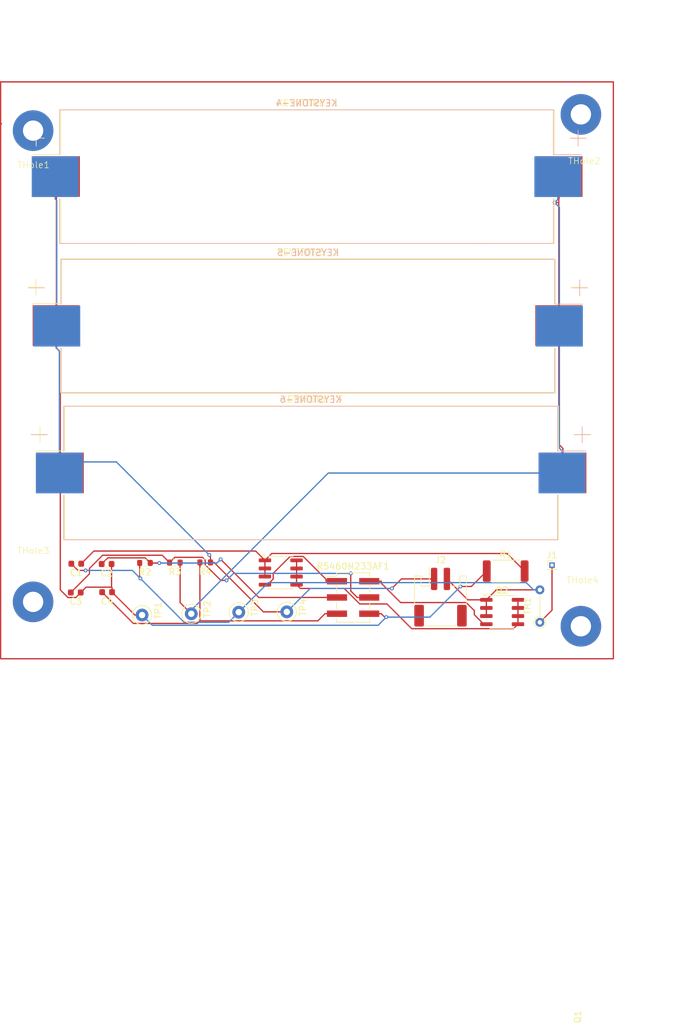
<source format=kicad_pcb>
(kicad_pcb (version 20240108) (generator "pcbnew") (generator_version "8.0")
  (layers (0 "F.Cu" signal) (31 "B.Cu" signal) (34 "B.Paste" user) (35 "F.Paste" user) (36 "B.SilkS" user "B.Silkscreen") (37 "F.SilkS" user "F.Silkscreen") (38 "B.Mask" user) (39 "F.Mask" user) (44 "Edge.Cuts" user))
  (net 0 "")
  (net 1 "PACK-")
  (net 2 "Net-(C1-Pad1)")
  (net 3 "B-")
  (net 4 "Net-(R5460N233AF1-V-)")
  (net 5 "Net-(R5460N233AF1-VC)")
  (net 6 "/VDD")
  (net 7 "BAT_THERM")
  (net 8 "PACK+")
  (net 9 "BM")
  (net 10 "Net-(Q1-G)")
  (net 11 "Net-(Q1-D-Pad5)")
  (net 12 "Net-(Q2-G)")
  (footprint "TestPoint:TestPoint_Loop_D1.80mm_Drill1.0mm_Beaded" (layer "F.Cu") (at 183.675 120.975 90)
    (property "Reference" "TP3" (at 0.7 2.5 90) (layer "F.SilkS"))
    (property "Value" "TestPoint")
    (fp_circle (center 0 0) (end 1.5 0) (stroke (width 0.12)) (fill none) (layer "F.SilkS"))
    (pad "1" thru_hole circle (at 0 0 90) (size 2 2) (drill 1) (layers "*.Cu" "*.Mask") (net 1 "PACK-"))
  )
  (footprint "GlobalLib:PC104TH" (layer "F.Cu") (at 155.6606 51.039)
    (property "Reference" "THole1" (at -4.0894 0.0254 0) (layer "F.SilkS") (effects (font (thickness 0.1))))
    (property "Value" "PC104TH")
    (pad "" thru_hole circle (at -4.1656 -5.334) (size 6.35 6.35) (drill 3.175) (layers "*.Cu" "*.Mask"))
  )
  (footprint "Capacitor_SMD:C_0603_1608Metric" (layer "F.Cu") (at 158.25 113.4 180)
    (property "Reference" "C1" (at 0 -1.43 0) (layer "F.SilkS"))
    (property "Value" "0.1uF")
    (fp_line (start -0.14058 0.51) (end 0.14058 0.51) (stroke (width 0.12)) (layer "F.SilkS"))
    (fp_line (start -0.14058 -0.51) (end 0.14058 -0.51) (stroke (width 0.12)) (layer "F.SilkS"))
    (pad "1" smd roundrect (at -0.775 0 180) (size 0.9 0.95) (layers "F.Cu" "F.Paste" "F.Mask") (net 2 "Net-(C1-Pad1)"))
    (pad "2" smd roundrect (at 0.775 0 180) (size 0.9 0.95) (layers "F.Cu" "F.Paste" "F.Mask") (net 1 "PACK-"))
  )
  (footprint "GlobalLib:PC104TH" (layer "F.Cu") (at 156.3972 118.6538)
    (property "Reference" "THole3" (at -4.8768 -7.2898 0) (layer "F.SilkS") (effects (font (thickness 0.1))))
    (property "Value" "PC104TH")
    (pad "" thru_hole circle (at -4.9022 0.7112) (size 6.35 6.35) (drill 3.175) (layers "*.Cu" "*.Mask"))
  )
  (footprint "Connector_PinHeader_2.54mm:PinHeader_2x03_P2.54mm_Vertical_SMD" (layer "F.Cu") (at 201.575 118.675)
    (property "Reference" "R5460N233AF1" (at 0 -4.87 0) (layer "F.SilkS"))
    (property "Value" "~")
    (fp_line (start -4.04 -3.3) (end -2.6 -3.3) (stroke (width 0.12)) (layer "F.SilkS"))
    (fp_line (start -2.6 -3.87) (end -2.6 -3.3) (stroke (width 0.12)) (layer "F.SilkS"))
    (fp_line (start -2.6 -3.87) (end 2.6 -3.87) (stroke (width 0.12)) (layer "F.SilkS"))
    (fp_line (start -2.6 -1.78) (end -2.6 -0.76) (stroke (width 0.12)) (layer "F.SilkS"))
    (fp_line (start -2.6 0.76) (end -2.6 1.78) (stroke (width 0.12)) (layer "F.SilkS"))
    (fp_line (start -2.6 3.3) (end -2.6 3.87) (stroke (width 0.12)) (layer "F.SilkS"))
    (fp_line (start -2.6 3.87) (end 2.6 3.87) (stroke (width 0.12)) (layer "F.SilkS"))
    (fp_line (start 2.6 -3.87) (end 2.6 -3.3) (stroke (width 0.12)) (layer "F.SilkS"))
    (fp_line (start 2.6 -1.78) (end 2.6 -0.76) (stroke (width 0.12)) (layer "F.SilkS"))
    (fp_line (start 2.6 0.76) (end 2.6 1.78) (stroke (width 0.12)) (layer "F.SilkS"))
    (fp_line (start 2.6 3.3) (end 2.6 3.87) (stroke (width 0.12)) (layer "F.SilkS"))
    (pad "1" smd rect (at -2.525 -2.54) (size 3.15 1) (layers "F.Cu" "F.Paste" "F.Mask") (net 10 "Net-(Q1-G)"))
    (pad "2" smd rect (at 2.525 -2.54) (size 3.15 1) (layers "F.Cu" "F.Paste" "F.Mask") (net 12 "Net-(Q2-G)"))
    (pad "3" smd rect (at -2.525 0) (size 3.15 1) (layers "F.Cu" "F.Paste" "F.Mask") (net 4 "Net-(R5460N233AF1-V-)"))
    (pad "4" smd rect (at 2.525 0) (size 3.15 1) (layers "F.Cu" "F.Paste" "F.Mask") (net 5 "Net-(R5460N233AF1-VC)"))
    (pad "5" smd rect (at -2.525 2.54) (size 3.15 1) (layers "F.Cu" "F.Paste" "F.Mask") (net 6 "/VDD"))
    (pad "6" smd rect (at 2.525 2.54) (size 3.15 1) (layers "F.Cu" "F.Paste" "F.Mask") (net 3 "B-"))
  )
  (footprint "TestPoint:TestPoint_Loop_D1.80mm_Drill1.0mm_Beaded" (layer "F.Cu") (at 176.25 121.225 90)
    (property "Reference" "TP2" (at 0.7 2.5 90) (layer "F.SilkS"))
    (property "Value" "TestPoint")
    (fp_circle (center 0 0) (end 1.5 0) (stroke (width 0.12)) (fill none) (layer "F.SilkS"))
    (pad "1" thru_hole circle (at 0 0 90) (size 2 2) (drill 1) (layers "*.Cu" "*.Mask") (net 9 "BM"))
  )
  (footprint "Connector_PinHeader_1.00mm:PinHeader_1x01_P1.00mm_Vertical" (layer "F.Cu") (at 232.7 113.625)
    (property "Reference" "J1" (at 0 -1.56 0) (layer "F.SilkS"))
    (property "Value" "Screw_Terminal_01x01")
    (fp_line (start -0.695 -0.685) (end 0 -0.685) (stroke (width 0.12)) (layer "F.SilkS"))
    (fp_line (start -0.695 0) (end -0.695 -0.685) (stroke (width 0.12)) (layer "F.SilkS"))
    (fp_line (start -0.695 0.685) (end -0.695 0.56) (stroke (width 0.12)) (layer "F.SilkS"))
    (fp_line (start -0.695 0.685) (end -0.608276 0.685) (stroke (width 0.12)) (layer "F.SilkS"))
    (fp_line (start -0.695 0.685) (end 0.695 0.685) (stroke (width 0.12)) (layer "F.SilkS"))
    (fp_line (start 0.608276 0.685) (end 0.695 0.685) (stroke (width 0.12)) (layer "F.SilkS"))
    (fp_line (start 0.695 0.685) (end 0.695 0.56) (stroke (width 0.12)) (layer "F.SilkS"))
    (pad "1" thru_hole rect (at 0 0) (size 0.85 0.85) (drill 0.5) (layers "*.Cu" "*.Mask") (net 7 "BAT_THERM"))
  )
  (footprint "Battery:BatteryHolder_Keystone_1042_1x18650" (layer "F.Cu") (at 195.08 99.2)
    (property "Reference" "KEYSTONE-3" (at 0 -11.5 0) (layer "F.SilkS"))
    (property "Value" "~")
    (fp_line (start -43.75 -6) (end -41.25 -6) (stroke (width 0.12)) (layer "F.SilkS"))
    (fp_line (start -42.5 -4.75) (end -42.5 -7.25) (stroke (width 0.12)) (layer "F.SilkS"))
    (fp_line (start -38.64 -10.44) (end -38.64 -3.44) (stroke (width 0.12)) (layer "F.SilkS"))
    (fp_line (start -38.64 -3.44) (end -43 -3.44) (stroke (width 0.12)) (layer "F.SilkS"))
    (fp_line (start -38.64 10.44) (end -38.64 3.44) (stroke (width 0.12)) (layer "F.SilkS"))
    (fp_line (start 38.64 -10.44) (end -38.64 -10.44) (stroke (width 0.12)) (layer "F.SilkS"))
    (fp_line (start 38.64 -3.44) (end 38.64 -10.42) (stroke (width 0.12)) (layer "F.SilkS"))
    (fp_line (start 38.64 3.44) (end 38.64 10.44) (stroke (width 0.12)) (layer "F.SilkS"))
    (fp_line (start 38.64 10.44) (end -38.64 10.44) (stroke (width 0.12)) (layer "F.SilkS"))
    (fp_line (start 43.75 -6) (end 41.25 -6) (stroke (width 0.12)) (layer "F.SilkS"))
    (pad "" np_thru_hole circle (at -35.93 -8) (size 2.39 2.39) (drill 2.39) (layers "*.Cu" "*.Mask"))
    (pad "" np_thru_hole circle (at -27.6 8) (size 3.45 3.45) (drill 3.45) (layers "*.Cu" "*.Mask"))
    (pad "" np_thru_hole circle (at 27.6 -8) (size 3.45 3.45) (drill 3.45) (layers "*.Cu" "*.Mask"))
    (pad "1" smd rect (at -39.33 0) (size 7.34 6.35) (layers "F.Cu" "F.Paste" "F.Mask") (net 3 "B-"))
    (pad "2" smd rect (at 39.33 0) (size 7.34 6.35) (layers "F.Cu" "F.Paste" "F.Mask") (net 9 "BM"))
  )
  (footprint "Resistor_SMD:R_0603_1608Metric" (layer "F.Cu") (at 169 113.275 180)
    (property "Reference" "R2" (at 0 -1.43 0) (layer "F.SilkS"))
    (property "Value" "1K")
    (fp_line (start -0.237258 0.5225) (end 0.237258 0.5225) (stroke (width 0.12)) (layer "F.SilkS"))
    (fp_line (start -0.237258 -0.5225) (end 0.237258 -0.5225) (stroke (width 0.12)) (layer "F.SilkS"))
    (pad "1" smd roundrect (at -0.825 0 180) (size 0.8 0.95) (layers "F.Cu" "F.Paste" "F.Mask") (net 4 "Net-(R5460N233AF1-V-)"))
    (pad "2" smd roundrect (at 0.825 0 180) (size 0.8 0.95) (layers "F.Cu" "F.Paste" "F.Mask") (net 1 "PACK-"))
  )
  (footprint "Capacitor_SMD:C_0603_1608Metric" (layer "F.Cu") (at 163.075 117.85 180)
    (property "Reference" "C4" (at 0 -1.43 0) (layer "F.SilkS"))
    (property "Value" "0.1uF")
    (fp_line (start -0.14058 0.51) (end 0.14058 0.51) (stroke (width 0.12)) (layer "F.SilkS"))
    (fp_line (start -0.14058 -0.51) (end 0.14058 -0.51) (stroke (width 0.12)) (layer "F.SilkS"))
    (pad "1" smd roundrect (at -0.775 0 180) (size 0.9 0.95) (layers "F.Cu" "F.Paste" "F.Mask") (net 3 "B-"))
    (pad "2" smd roundrect (at 0.775 0 180) (size 0.9 0.95) (layers "F.Cu" "F.Paste" "F.Mask") (net 6 "/VDD"))
  )
  (footprint "TestPoint:TestPoint_Loop_D1.80mm_Drill1.0mm_Beaded" (layer "F.Cu") (at 168.55 121.425 90)
    (property "Reference" "TP1" (at 0.7 2.5 90) (layer "F.SilkS"))
    (property "Value" "TestPoint")
    (fp_circle (center 0 0) (end 1.5 0) (stroke (width 0.12)) (fill none) (layer "F.SilkS"))
    (pad "1" thru_hole circle (at 0 0 90) (size 2 2) (drill 1) (layers "*.Cu" "*.Mask") (net 3 "B-"))
  )
  (footprint "Resistor_SMD:R_0603_1608Metric" (layer "F.Cu") (at 173.675 113.225 180)
    (property "Reference" "R3" (at 0 -1.43 0) (layer "F.SilkS"))
    (property "Value" "330")
    (fp_line (start -0.237258 0.5225) (end 0.237258 0.5225) (stroke (width 0.12)) (layer "F.SilkS"))
    (fp_line (start -0.237258 -0.5225) (end 0.237258 -0.5225) (stroke (width 0.12)) (layer "F.SilkS"))
    (pad "1" smd roundrect (at -0.825 0 180) (size 0.8 0.95) (layers "F.Cu" "F.Paste" "F.Mask") (net 9 "BM"))
    (pad "2" smd roundrect (at 0.825 0 180) (size 0.8 0.95) (layers "F.Cu" "F.Paste" "F.Mask") (net 5 "Net-(R5460N233AF1-VC)"))
  )
  (footprint "Capacitor_SMD:C_0603_1608Metric" (layer "F.Cu") (at 158.175 117.9 180)
    (property "Reference" "C3" (at 0 -1.43 0) (layer "F.SilkS"))
    (property "Value" "0.1uF")
    (fp_line (start -0.14058 0.51) (end 0.14058 0.51) (stroke (width 0.12)) (layer "F.SilkS"))
    (fp_line (start -0.14058 -0.51) (end 0.14058 -0.51) (stroke (width 0.12)) (layer "F.SilkS"))
    (pad "1" smd roundrect (at -0.775 0 180) (size 0.9 0.95) (layers "F.Cu" "F.Paste" "F.Mask") (net 3 "B-"))
    (pad "2" smd roundrect (at 0.775 0 180) (size 0.9 0.95) (layers "F.Cu" "F.Paste" "F.Mask") (net 5 "Net-(R5460N233AF1-VC)"))
  )
  (footprint "Battery:BatteryHolder_Keystone_1042_1x18650" (layer "F.Cu") (at 194.43 76.175)
    (property "Reference" "KEYSTONE-2" (at 0 -11.5 0) (layer "F.SilkS"))
    (property "Value" "~")
    (fp_line (start -43.75 -6) (end -41.25 -6) (stroke (width 0.12)) (layer "F.SilkS"))
    (fp_line (start -42.5 -4.75) (end -42.5 -7.25) (stroke (width 0.12)) (layer "F.SilkS"))
    (fp_line (start -38.64 -10.44) (end -38.64 -3.44) (stroke (width 0.12)) (layer "F.SilkS"))
    (fp_line (start -38.64 -3.44) (end -43 -3.44) (stroke (width 0.12)) (layer "F.SilkS"))
    (fp_line (start -38.64 10.44) (end -38.64 3.44) (stroke (width 0.12)) (layer "F.SilkS"))
    (fp_line (start 38.64 -10.44) (end -38.64 -10.44) (stroke (width 0.12)) (layer "F.SilkS"))
    (fp_line (start 38.64 -3.44) (end 38.64 -10.42) (stroke (width 0.12)) (layer "F.SilkS"))
    (fp_line (start 38.64 3.44) (end 38.64 10.44) (stroke (width 0.12)) (layer "F.SilkS"))
    (fp_line (start 38.64 10.44) (end -38.64 10.44) (stroke (width 0.12)) (layer "F.SilkS"))
    (fp_line (start 43.75 -6) (end 41.25 -6) (stroke (width 0.12)) (layer "F.SilkS"))
    (pad "" np_thru_hole circle (at -35.93 -8) (size 2.39 2.39) (drill 2.39) (layers "*.Cu" "*.Mask"))
    (pad "" np_thru_hole circle (at -27.6 8) (size 3.45 3.45) (drill 3.45) (layers "*.Cu" "*.Mask"))
    (pad "" np_thru_hole circle (at 27.6 -8) (size 3.45 3.45) (drill 3.45) (layers "*.Cu" "*.Mask"))
    (pad "1" smd rect (at -39.33 0) (size 7.34 6.35) (layers "F.Cu" "F.Paste" "F.Mask") (net 3 "B-"))
    (pad "2" smd rect (at 39.33 0) (size 7.34 6.35) (layers "F.Cu" "F.Paste" "F.Mask") (net 9 "BM"))
  )
  (footprint "Capacitor_SMD:C_0603_1608Metric" (layer "F.Cu") (at 163 113.45 180)
    (property "Reference" "C2" (at 0 -1.43 0) (layer "F.SilkS"))
    (property "Value" "0.1uF")
    (fp_line (start -0.14058 0.51) (end 0.14058 0.51) (stroke (width 0.12)) (layer "F.SilkS"))
    (fp_line (start -0.14058 -0.51) (end 0.14058 -0.51) (stroke (width 0.12)) (layer "F.SilkS"))
    (pad "1" smd roundrect (at -0.775 0 180) (size 0.9 0.95) (layers "F.Cu" "F.Paste" "F.Mask") (net 3 "B-"))
    (pad "2" smd roundrect (at 0.775 0 180) (size 0.9 0.95) (layers "F.Cu" "F.Paste" "F.Mask") (net 4 "Net-(R5460N233AF1-V-)"))
  )
  (footprint "Resistor_SMD:R_0603_1608Metric" (layer "F.Cu") (at 178.425 113.2 180)
    (property "Reference" "R4" (at 0 -1.43 0) (layer "F.SilkS"))
    (property "Value" "330")
    (fp_line (start -0.237258 0.5225) (end 0.237258 0.5225) (stroke (width 0.12)) (layer "F.SilkS"))
    (fp_line (start -0.237258 -0.5225) (end 0.237258 -0.5225) (stroke (width 0.12)) (layer "F.SilkS"))
    (pad "1" smd roundrect (at -0.825 0 180) (size 0.8 0.95) (layers "F.Cu" "F.Paste" "F.Mask") (net 8 "PACK+"))
    (pad "2" smd roundrect (at 0.825 0 180) (size 0.8 0.95) (layers "F.Cu" "F.Paste" "F.Mask") (net 6 "/VDD"))
  )
  (footprint "GlobalLib:PC104TH" (layer "F.Cu") (at 235.315 117.4346)
    (property "Reference" "THole4" (at 2.159 -1.4732 0) (layer "F.SilkS") (effects (font (thickness 0.1))))
    (property "Value" "PC104TH")
    (pad "" thru_hole circle (at 1.905 5.7404) (size 6.35 6.35) (drill 3.175) (layers "*.Cu" "*.Mask"))
  )
  (footprint "Package_SO:SOIC-8_3.9x4.9mm_P1.27mm" (layer "F.Cu") (at 224.9 120.95)
    (property "Reference" "Q2" (at 0 -3.4 0) (layer "F.SilkS"))
    (property "Value" "IRF7458")
    (fp_line (start 0 -2.56) (end -1.95 -2.56) (stroke (width 0.12)) (layer "F.SilkS"))
    (fp_line (start 0 -2.56) (end 1.95 -2.56) (stroke (width 0.12)) (layer "F.SilkS"))
    (fp_line (start 0 2.56) (end -1.95 2.56) (stroke (width 0.12)) (layer "F.SilkS"))
    (fp_line (start 0 2.56) (end 1.95 2.56) (stroke (width 0.12)) (layer "F.SilkS"))
    (fp_poly (pts (xy -2.7 -2.465) (xy -2.94 -2.795) (xy -2.46 -2.795) (xy -2.7 -2.465)) (stroke (width 0.12)) (fill solid) (layer "F.SilkS"))
    (pad "1" smd roundrect (at -2.475 -1.905) (size 1.95 0.6) (layers "F.Cu" "F.Paste" "F.Mask") (net 1 "PACK-"))
    (pad "2" smd roundrect (at -2.475 -0.635) (size 1.95 0.6) (layers "F.Cu" "F.Paste" "F.Mask") (net 1 "PACK-"))
    (pad "3" smd roundrect (at -2.475 0.635) (size 1.95 0.6) (layers "F.Cu" "F.Paste" "F.Mask") (net 1 "PACK-"))
    (pad "4" smd roundrect (at -2.475 1.905) (size 1.95 0.6) (layers "F.Cu" "F.Paste" "F.Mask") (net 12 "Net-(Q2-G)"))
    (pad "5" smd roundrect (at 2.475 1.905) (size 1.95 0.6) (layers "F.Cu" "F.Paste" "F.Mask") (net 11 "Net-(Q1-D-Pad5)"))
    (pad "6" smd roundrect (at 2.475 0.635) (size 1.95 0.6) (layers "F.Cu" "F.Paste" "F.Mask") (net 11 "Net-(Q1-D-Pad5)"))
    (pad "7" smd roundrect (at 2.475 -0.635) (size 1.95 0.6) (layers "F.Cu" "F.Paste" "F.Mask") (net 11 "Net-(Q1-D-Pad5)"))
    (pad "8" smd roundrect (at 2.475 -1.905) (size 1.95 0.6) (layers "F.Cu" "F.Paste" "F.Mask") (net 11 "Net-(Q1-D-Pad5)"))
  )
  (footprint "Battery:BatteryHolder_Keystone_1042_1x18650" (layer "F.Cu") (at 194.475 52.875)
    (property "Reference" "KEYSTONE-1" (at 0 -11.5 0) (layer "F.SilkS"))
    (property "Value" "~")
    (fp_line (start -43.75 -6) (end -41.25 -6) (stroke (width 0.12)) (layer "F.SilkS"))
    (fp_line (start -42.5 -4.75) (end -42.5 -7.25) (stroke (width 0.12)) (layer "F.SilkS"))
    (fp_line (start -38.64 -10.44) (end -38.64 -3.44) (stroke (width 0.12)) (layer "F.SilkS"))
    (fp_line (start -38.64 -3.44) (end -43 -3.44) (stroke (width 0.12)) (layer "F.SilkS"))
    (fp_line (start -38.64 10.44) (end -38.64 3.44) (stroke (width 0.12)) (layer "F.SilkS"))
    (fp_line (start 38.64 -10.44) (end -38.64 -10.44) (stroke (width 0.12)) (layer "F.SilkS"))
    (fp_line (start 38.64 -3.44) (end 38.64 -10.42) (stroke (width 0.12)) (layer "F.SilkS"))
    (fp_line (start 38.64 3.44) (end 38.64 10.44) (stroke (width 0.12)) (layer "F.SilkS"))
    (fp_line (start 38.64 10.44) (end -38.64 10.44) (stroke (width 0.12)) (layer "F.SilkS"))
    (fp_line (start 43.75 -6) (end 41.25 -6) (stroke (width 0.12)) (layer "F.SilkS"))
    (pad "" np_thru_hole circle (at -35.93 -8) (size 2.39 2.39) (drill 2.39) (layers "*.Cu" "*.Mask"))
    (pad "" np_thru_hole circle (at -27.6 8) (size 3.45 3.45) (drill 3.45) (layers "*.Cu" "*.Mask"))
    (pad "" np_thru_hole circle (at 27.6 -8) (size 3.45 3.45) (drill 3.45) (layers "*.Cu" "*.Mask"))
    (pad "1" smd rect (at -39.33 0) (size 7.34 6.35) (layers "F.Cu" "F.Paste" "F.Mask") (net 3 "B-"))
    (pad "2" smd rect (at 39.33 0) (size 7.34 6.35) (layers "F.Cu" "F.Paste" "F.Mask") (net 9 "BM"))
  )
  (footprint "Resistor_SMD:R_2512_6332Metric" (layer "F.Cu") (at 225.45 114.55)
    (property "Reference" "R1" (at 0 -2.62 0) (layer "F.SilkS"))
    (property "Value" "0.01")
    (fp_line (start -2.177064 -1.71) (end 2.177064 -1.71) (stroke (width 0.12)) (layer "F.SilkS"))
    (fp_line (start -2.177064 1.71) (end 2.177064 1.71) (stroke (width 0.12)) (layer "F.SilkS"))
    (pad "1" smd roundrect (at -2.9625 0) (size 1.225 3.35) (layers "F.Cu" "F.Paste" "F.Mask") (roundrect_rratio 0.204082) (net 3 "B-"))
    (pad "2" smd roundrect (at 2.9625 0) (size 1.225 3.35) (layers "F.Cu" "F.Paste" "F.Mask") (roundrect_rratio 0.204082) (net 2 "Net-(C1-Pad1)"))
  )
  (footprint "Resistor_THT:R_Axial_DIN0204_L3.6mm_D1.6mm_P5.08mm_Vertical" (layer "F.Cu") (at 230.8 122.565 90)
    (property "Reference" "TH1" (at 2.54 -1.92 90) (layer "F.SilkS"))
    (property "Value" "Thermistor")
    (fp_line (start 0.92 0) (end 4.08 0) (stroke (width 0.12)) (layer "F.SilkS"))
    (fp_circle (center 0 0) (end 0.92 0) (stroke (width 0.12)) (fill none) (layer "F.SilkS"))
    (pad "1" thru_hole circle (at 0 0 90) (size 1.4 1.4) (drill 0.7) (layers "*.Cu" "*.Mask") (net 7 "BAT_THERM"))
    (pad "2" thru_hole oval (at 5.08 0 90) (size 1.4 1.4) (drill 0.7) (layers "*.Cu" "*.Mask") (net 1 "PACK-"))
  )
  (footprint "Connector_JST:JST_PH_S2B-PH-SM4-TB_1x02-1MP_P2.00mm_Horizontal" (layer "F.Cu") (at 215.25 118.625)
    (property "Reference" "J2" (at 0 -5.8 0) (layer "F.SilkS"))
    (property "Value" "JST_PH_S2B-PH-SM4")
    (fp_line (start -4.06 -3.31) (end -3.04 -3.31) (stroke (width 0.12)) (layer "F.SilkS"))
    (fp_line (start -4.06 0.94) (end -4.06 -3.31) (stroke (width 0.12)) (layer "F.SilkS"))
    (fp_line (start -3.04 -3.31) (end -3.04 -1.71) (stroke (width 0.12)) (layer "F.SilkS"))
    (fp_line (start -3.04 -1.71) (end -1.76 -1.71) (stroke (width 0.12)) (layer "F.SilkS"))
    (fp_line (start -2.34 4.51) (end 2.34 4.51) (stroke (width 0.12)) (layer "F.SilkS"))
    (fp_line (start -1.76 -1.71) (end -1.76 -4.6) (stroke (width 0.12)) (layer "F.SilkS"))
    (fp_line (start 3.04 -3.31) (end 3.04 -1.71) (stroke (width 0.12)) (layer "F.SilkS"))
    (fp_line (start 3.04 -1.71) (end 1.76 -1.71) (stroke (width 0.12)) (layer "F.SilkS"))
    (fp_line (start 4.06 -3.31) (end 3.04 -3.31) (stroke (width 0.12)) (layer "F.SilkS"))
    (fp_line (start 4.06 0.94) (end 4.06 -3.31) (stroke (width 0.12)) (layer "F.SilkS"))
    (pad "1" smd roundrect (at -1 -2.85) (size 1 3.5) (layers "F.Cu" "F.Paste" "F.Mask") (net 8 "PACK+"))
    (pad "2" smd roundrect (at 1 -2.85) (size 1 3.5) (layers "F.Cu" "F.Paste" "F.Mask") (net 1 "PACK-"))
    (pad "MP" smd roundrect (at -3.35 2.9) (size 1.5 3.4) (layers "F.Cu" "F.Paste" "F.Mask") (roundrect_rratio 0.166667))
    (pad "MP" smd roundrect (at 3.35 2.9) (size 1.5 3.4) (layers "F.Cu" "F.Paste" "F.Mask") (roundrect_rratio 0.166667))
  )
  (footprint "GlobalLib:PC104TH" (layer "F.Cu") (at 234.807 47.102)
    (property "Reference" "THole2" (at 2.9464 3.3528 0) (layer "F.SilkS") (effects (font (thickness 0.1))))
    (property "Value" "PC104TH")
    (pad "" thru_hole circle (at 2.413 -3.937) (size 6.35 6.35) (drill 3.175) (layers "*.Cu" "*.Mask"))
  )
  (footprint "TestPoint:TestPoint_Loop_D1.80mm_Drill1.0mm_Beaded" (layer "F.Cu") (at 191.2 120.925 90)
    (property "Reference" "TP4" (at 0.7 2.5 90) (layer "F.SilkS"))
    (property "Value" "TestPoint")
    (fp_circle (center 0 0) (end 1.5 0) (stroke (width 0.12)) (fill none) (layer "F.SilkS"))
    (pad "1" thru_hole circle (at 0 0 90) (size 2 2) (drill 1) (layers "*.Cu" "*.Mask") (net 8 "PACK+"))
  )
  (footprint "Package_SO:SOIC-8_3.9x4.9mm_P1.27mm" (layer "F.Cu") (at 190.25 114.775)
    (property "Reference" "Q1" (at 46.49 69.45 90) (layer "F.SilkS"))
    (property "Value" "IRF7458")
    (fp_line (start 0 -2.56) (end -1.95 -2.56) (stroke (width 0.12)) (layer "F.SilkS"))
    (fp_line (start 0 -2.56) (end 1.95 -2.56) (stroke (width 0.12)) (layer "F.SilkS"))
    (fp_line (start 0 2.56) (end -1.95 2.56) (stroke (width 0.12)) (layer "F.SilkS"))
    (fp_line (start 0 2.56) (end 1.95 2.56) (stroke (width 0.12)) (layer "F.SilkS"))
    (fp_poly (pts (xy -2.7 -2.465) (xy -2.94 -2.795) (xy -2.46 -2.795) (xy -2.7 -2.465)) (stroke (width 0.12)) (fill solid) (layer "F.SilkS"))
    (pad "1" smd roundrect (at -2.475 -1.905) (size 1.95 0.6) (layers "F.Cu" "F.Paste" "F.Mask") (net 2 "Net-(C1-Pad1)"))
    (pad "2" smd roundrect (at -2.475 -0.635) (size 1.95 0.6) (layers "F.Cu" "F.Paste" "F.Mask") (net 2 "Net-(C1-Pad1)"))
    (pad "3" smd roundrect (at -2.475 0.635) (size 1.95 0.6) (layers "F.Cu" "F.Paste" "F.Mask") (net 2 "Net-(C1-Pad1)"))
    (pad "4" smd roundrect (at -2.475 1.905) (size 1.95 0.6) (layers "F.Cu" "F.Paste" "F.Mask") (net 10 "Net-(Q1-G)"))
    (pad "5" smd roundrect (at 2.475 1.905) (size 1.95 0.6) (layers "F.Cu" "F.Paste" "F.Mask") (net 11 "Net-(Q1-D-Pad5)"))
    (pad "6" smd roundrect (at 2.475 0.635) (size 1.95 0.6) (layers "F.Cu" "F.Paste" "F.Mask") (net 11 "Net-(Q1-D-Pad5)"))
    (pad "7" smd roundrect (at 2.475 -0.635) (size 1.95 0.6) (layers "F.Cu" "F.Paste" "F.Mask") (net 11 "Net-(Q1-D-Pad5)"))
    (pad "8" smd roundrect (at 2.475 -1.905) (size 1.95 0.6) (layers "F.Cu" "F.Paste" "F.Mask") (net 11 "Net-(Q1-D-Pad5)"))
  )
  (footprint "Battery:BatteryHolder_Keystone_1042_1x18650" (layer "B.Cu") (at 194.53 76.275 180)
    (property "Reference" "KEYSTONE-5" (at 0 11.5 0) (layer "B.SilkS") (effects (justify mirror)))
    (property "Value" "~")
    (fp_line (start 41.25 6) (end 43.75 6) (stroke (width 0.12)) (layer "B.SilkS"))
    (fp_line (start 38.64 10.42) (end 38.64 3.44) (stroke (width 0.12)) (layer "B.SilkS"))
    (fp_line (start 38.64 -10.44) (end 38.64 -3.44) (stroke (width 0.12)) (layer "B.SilkS"))
    (fp_line (start -38.64 10.44) (end 38.64 10.44) (stroke (width 0.12)) (layer "B.SilkS"))
    (fp_line (start -38.64 3.44) (end -38.64 10.44) (stroke (width 0.12)) (layer "B.SilkS"))
    (fp_line (start -38.64 -3.44) (end -38.64 -10.44) (stroke (width 0.12)) (layer "B.SilkS"))
    (fp_line (start -38.64 -10.44) (end 38.64 -10.44) (stroke (width 0.12)) (layer "B.SilkS"))
    (fp_line (start -41.25 6) (end -43.75 6) (stroke (width 0.12)) (layer "B.SilkS"))
    (fp_line (start -42.5 7.25) (end -42.5 4.75) (stroke (width 0.12)) (layer "B.SilkS"))
    (fp_line (start -43 3.44) (end -38.64 3.44) (stroke (width 0.12)) (layer "B.SilkS"))
    (pad "" np_thru_hole circle (at -35.93 8 180) (size 2.39 2.39) (drill 2.39) (layers "*.Cu" "*.Mask"))
    (pad "" np_thru_hole circle (at -27.6 -8 180) (size 3.45 3.45) (drill 3.45) (layers "*.Cu" "*.Mask"))
    (pad "" np_thru_hole circle (at 27.6 8 180) (size 3.45 3.45) (drill 3.45) (layers "*.Cu" "*.Mask"))
    (pad "1" smd rect (at -39.33 0 180) (size 7.34 6.35) (layers "B.Cu" "B.Paste" "B.Mask") (net 9 "BM"))
    (pad "2" smd rect (at 39.33 0 180) (size 7.34 6.35) (layers "B.Cu" "B.Paste" "B.Mask") (net 8 "PACK+"))
  )
  (footprint "Battery:BatteryHolder_Keystone_1042_1x18650" (layer "B.Cu") (at 194.93 99.225 180)
    (property "Reference" "KEYSTONE-6" (at 0 11.5 0) (layer "B.SilkS") (effects (justify mirror)))
    (property "Value" "~")
    (fp_line (start 41.25 6) (end 43.75 6) (stroke (width 0.12)) (layer "B.SilkS"))
    (fp_line (start 38.64 10.42) (end 38.64 3.44) (stroke (width 0.12)) (layer "B.SilkS"))
    (fp_line (start 38.64 -10.44) (end 38.64 -3.44) (stroke (width 0.12)) (layer "B.SilkS"))
    (fp_line (start -38.64 10.44) (end 38.64 10.44) (stroke (width 0.12)) (layer "B.SilkS"))
    (fp_line (start -38.64 3.44) (end -38.64 10.44) (stroke (width 0.12)) (layer "B.SilkS"))
    (fp_line (start -38.64 -3.44) (end -38.64 -10.44) (stroke (width 0.12)) (layer "B.SilkS"))
    (fp_line (start -38.64 -10.44) (end 38.64 -10.44) (stroke (width 0.12)) (layer "B.SilkS"))
    (fp_line (start -41.25 6) (end -43.75 6) (stroke (width 0.12)) (layer "B.SilkS"))
    (fp_line (start -42.5 7.25) (end -42.5 4.75) (stroke (width 0.12)) (layer "B.SilkS"))
    (fp_line (start -43 3.44) (end -38.64 3.44) (stroke (width 0.12)) (layer "B.SilkS"))
    (pad "" np_thru_hole circle (at -35.93 8 180) (size 2.39 2.39) (drill 2.39) (layers "*.Cu" "*.Mask"))
    (pad "" np_thru_hole circle (at -27.6 -8 180) (size 3.45 3.45) (drill 3.45) (layers "*.Cu" "*.Mask"))
    (pad "" np_thru_hole circle (at 27.6 8 180) (size 3.45 3.45) (drill 3.45) (layers "*.Cu" "*.Mask"))
    (pad "1" smd rect (at -39.33 0 180) (size 7.34 6.35) (layers "B.Cu" "B.Paste" "B.Mask") (net 9 "BM"))
    (pad "2" smd rect (at 39.33 0 180) (size 7.34 6.35) (layers "B.Cu" "B.Paste" "B.Mask") (net 8 "PACK+"))
  )
  (footprint "Battery:BatteryHolder_Keystone_1042_1x18650" (layer "B.Cu") (at 194.28 52.9 180)
    (property "Reference" "KEYSTONE-4" (at 0 11.5 0) (layer "B.SilkS") (effects (justify mirror)))
    (property "Value" "~")
    (fp_line (start 41.25 6) (end 43.75 6) (stroke (width 0.12)) (layer "B.SilkS"))
    (fp_line (start 38.64 10.42) (end 38.64 3.44) (stroke (width 0.12)) (layer "B.SilkS"))
    (fp_line (start 38.64 -10.44) (end 38.64 -3.44) (stroke (width 0.12)) (layer "B.SilkS"))
    (fp_line (start -38.64 10.44) (end 38.64 10.44) (stroke (width 0.12)) (layer "B.SilkS"))
    (fp_line (start -38.64 3.44) (end -38.64 10.44) (stroke (width 0.12)) (layer "B.SilkS"))
    (fp_line (start -38.64 -3.44) (end -38.64 -10.44) (stroke (width 0.12)) (layer "B.SilkS"))
    (fp_line (start -38.64 -10.44) (end 38.64 -10.44) (stroke (width 0.12)) (layer "B.SilkS"))
    (fp_line (start -41.25 6) (end -43.75 6) (stroke (width 0.12)) (layer "B.SilkS"))
    (fp_line (start -42.5 7.25) (end -42.5 4.75) (stroke (width 0.12)) (layer "B.SilkS"))
    (fp_line (start -43 3.44) (end -38.64 3.44) (stroke (width 0.12)) (layer "B.SilkS"))
    (pad "" np_thru_hole circle (at -35.93 8 180) (size 2.39 2.39) (drill 2.39) (layers "*.Cu" "*.Mask"))
    (pad "" np_thru_hole circle (at -27.6 -8 180) (size 3.45 3.45) (drill 3.45) (layers "*.Cu" "*.Mask"))
    (pad "" np_thru_hole circle (at 27.6 8 180) (size 3.45 3.45) (drill 3.45) (layers "*.Cu" "*.Mask"))
    (pad "1" smd rect (at -39.33 0 180) (size 7.34 6.35) (layers "B.Cu" "B.Paste" "B.Mask") (net 9 "BM"))
    (pad "2" smd rect (at 39.33 0 180) (size 7.34 6.35) (layers "B.Cu" "B.Paste" "B.Mask") (net 8 "PACK+"))
  )
  (gr_rect (start 146.415 38.085) (end 242.3 128.255) (stroke (width 0.2)) (fill none) (layer "F.Cu"))
  (gr_arc (start 146.425 44.625) (mid 146.425 44.625) (end 146.425 44.625) (stroke (width 0.2)) (layer "F.Cu"))
  (segment (start 168.175 115.5997) (end 168.175 113.275) (width 0.2) (layer "F.Cu") (net 1))
  (segment (start 216.25 115.775) (end 219.52 119.045) (width 0.2) (layer "F.Cu") (net 1))
  (segment (start 230.8 117.485) (end 223.985 117.485) (width 0.2) (layer "F.Cu") (net 1))
  (segment (start 219.52 119.045) (end 222.425 119.045) (width 0.2) (layer "F.Cu") (net 1))
  (segment (start 223.985 117.485) (end 222.425 119.045) (width 0.2) (layer "F.Cu") (net 1))
  (segment (start 222.425 119.045) (end 222.425 120.315) (width 0.2) (layer "F.Cu") (net 1))
  (segment (start 157.475 113.4) (end 158.5232 114.4482) (width 0.2) (layer "F.Cu") (net 1))
  (segment (start 222.425 121.585) (end 222.425 120.315) (width 0.2) (layer "F.Cu") (net 1))
  (segment (start 158.5232 114.4482) (end 159.7123 114.4482) (width 0.2) (layer "F.Cu") (net 1))
  (segment (start 168.2796 115.7043) (end 168.175 115.5997) (width 0.2) (layer "F.Cu") (net 1))
  (via (at 168.2796 115.7043) (size 0.6) (drill 0.3) (layers "F.Cu" "B.Cu") (net 1))
  (via (at 159.7123 114.4482) (size 0.6) (drill 0.3) (layers "F.Cu" "B.Cu") (net 1))
  (segment (start 183.675 120.975) (end 182.0919 122.5581) (width 0.2) (layer "B.Cu") (net 1))
  (segment (start 182.0919 122.5581) (end 175.1334 122.5581) (width 0.2) (layer "B.Cu") (net 1))
  (segment (start 167.0235 114.4482) (end 168.2796 115.7043) (width 0.2) (layer "B.Cu") (net 1))
  (segment (start 175.1334 122.5581) (end 168.2796 115.7043) (width 0.2) (layer "B.Cu") (net 1))
  (segment (start 159.7123 114.4482) (end 167.0235 114.4482) (width 0.2) (layer "B.Cu") (net 1))
  (segment (start 228.6699 116.3566) (end 188.2934 116.3566) (width 0.2) (layer "B.Cu") (net 1))
  (segment (start 230.8 117.485) (end 229.7983 117.485) (width 0.2) (layer "B.Cu") (net 1))
  (segment (start 229.7983 117.485) (end 228.6699 116.3566) (width 0.2) (layer "B.Cu") (net 1))
  (segment (start 188.2934 116.3566) (end 183.675 120.975) (width 0.2) (layer "B.Cu") (net 1))
  (segment (start 186.3232 111.4182) (end 187.775 112.87) (width 0.2) (layer "F.Cu") (net 2))
  (segment (start 159.025 113.4) (end 161.0068 111.4182) (width 0.2) (layer "F.Cu") (net 2))
  (segment (start 187.775 112.87) (end 187.775 114.14) (width 0.2) (layer "F.Cu") (net 2))
  (segment (start 187.775 115.41) (end 187.775 114.14) (width 0.2) (layer "F.Cu") (net 2))
  (segment (start 161.0068 111.4182) (end 186.3232 111.4182) (width 0.2) (layer "F.Cu") (net 2))
  (segment (start 225.6671 111.8046) (end 188.8404 111.8046) (width 0.2) (layer "F.Cu") (net 2))
  (segment (start 228.4125 114.55) (end 225.6671 111.8046) (width 0.2) (layer "F.Cu") (net 2))
  (segment (start 188.8404 111.8046) (end 187.775 112.87) (width 0.2) (layer "F.Cu") (net 2))
  (segment (start 220.0792 116.9583) (end 222.4875 114.55) (width 0.2) (layer "F.Cu") (net 3))
  (segment (start 155.75 99.2) (end 155.75 80.3017) (width 0.2) (layer "F.Cu") (net 3))
  (segment (start 163.85 117.85) (end 167.425 121.425) (width 0.2) (layer "F.Cu") (net 3))
  (segment (start 206.7647 121.7493) (end 206.511 121.7493) (width 0.2) (layer "F.Cu") (net 3))
  (segment (start 167.425 121.425) (end 168.55 121.425) (width 0.2) (layer "F.Cu") (net 3))
  (segment (start 163.775 113.45) (end 163.775 117.068) (width 0.2) (layer "F.Cu") (net 3))
  (segment (start 158.1622 118.6878) (end 156.9478 118.6878) (width 0.2) (layer "F.Cu") (net 3))
  (segment (start 155.1 76.175) (end 155.1 79.6517) (width 0.2) (layer "F.Cu") (net 3))
  (segment (start 159.782 117.068) (end 158.95 117.9) (width 0.2) (layer "F.Cu") (net 3))
  (segment (start 163.775 117.068) (end 159.782 117.068) (width 0.2) (layer "F.Cu") (net 3))
  (segment (start 155.1 76.175) (end 155.1 72.6983) (width 0.2) (layer "F.Cu") (net 3))
  (segment (start 155.145 72.6533) (end 155.1 72.6983) (width 0.2) (layer "F.Cu") (net 3))
  (segment (start 155.145 52.875) (end 155.145 72.6533) (width 0.2) (layer "F.Cu") (net 3))
  (segment (start 163.775 117.068) (end 163.85 117.143) (width 0.2) (layer "F.Cu") (net 3))
  (segment (start 163.85 117.143) (end 163.85 117.85) (width 0.2) (layer "F.Cu") (net 3))
  (segment (start 155.75 117.49) (end 155.75 99.2) (width 0.2) (layer "F.Cu") (net 3))
  (segment (start 204.1 121.215) (end 205.9767 121.215) (width 0.2) (layer "F.Cu") (net 3))
  (segment (start 155.75 80.3017) (end 155.1 79.6517) (width 0.2) (layer "F.Cu") (net 3))
  (segment (start 156.9478 118.6878) (end 155.75 117.49) (width 0.2) (layer "F.Cu") (net 3))
  (segment (start 218.3822 116.9583) (end 220.0792 116.9583) (width 0.2) (layer "F.Cu") (net 3))
  (segment (start 206.511 121.7493) (end 205.9767 121.215) (width 0.2) (layer "F.Cu") (net 3))
  (segment (start 158.95 117.9) (end 158.1622 118.6878) (width 0.2) (layer "F.Cu") (net 3))
  (via (at 218.3822 116.9583) (size 0.6) (drill 0.3) (layers "F.Cu" "B.Cu") (net 3))
  (via (at 206.7647 121.7493) (size 0.6) (drill 0.3) (layers "F.Cu" "B.Cu") (net 3))
  (segment (start 213.5912 121.7493) (end 218.3822 116.9583) (width 0.2) (layer "B.Cu") (net 3))
  (segment (start 205.4919 123.0221) (end 206.7647 121.7493) (width 0.2) (layer "B.Cu") (net 3))
  (segment (start 170.1471 123.0221) (end 205.4919 123.0221) (width 0.2) (layer "B.Cu") (net 3))
  (segment (start 206.7647 121.7493) (end 213.5912 121.7493) (width 0.2) (layer "B.Cu") (net 3))
  (segment (start 168.55 121.425) (end 170.1471 123.0221) (width 0.2) (layer "B.Cu") (net 3))
  (segment (start 180.8465 112.7132) (end 186.8083 118.675) (width 0.2) (layer "F.Cu") (net 4))
  (segment (start 169.0361 112.4861) (end 169.825 113.275) (width 0.2) (layer "F.Cu") (net 4))
  (segment (start 186.8083 118.675) (end 199.05 118.675) (width 0.2) (layer "F.Cu") (net 4))
  (segment (start 171.2384 113.2958) (end 169.8458 113.2958) (width 0.2) (layer "F.Cu") (net 4))
  (segment (start 169.8458 113.2958) (end 169.825 113.275) (width 0.2) (layer "F.Cu") (net 4))
  (segment (start 163.1889 112.4861) (end 169.0361 112.4861) (width 0.2) (layer "F.Cu") (net 4))
  (segment (start 162.225 113.45) (end 163.1889 112.4861) (width 0.2) (layer "F.Cu") (net 4))
  (via (at 171.2384 113.2958) (size 0.6) (drill 0.3) (layers "F.Cu" "B.Cu") (net 4))
  (via (at 180.8465 112.7132) (size 0.6) (drill 0.3) (layers "F.Cu" "B.Cu") (net 4))
  (segment (start 180.2639 113.2958) (end 180.8465 112.7132) (width 0.2) (layer "B.Cu") (net 4))
  (segment (start 171.2384 113.2958) (end 180.2639 113.2958) (width 0.2) (layer "B.Cu") (net 4))
  (segment (start 201.2049 117.6566) (end 202.2233 118.675) (width 0.2) (layer "F.Cu") (net 5))
  (segment (start 178.425 112.8217) (end 178.0063 112.403) (width 0.2) (layer "F.Cu") (net 5))
  (segment (start 178.0063 112.403) (end 173.672 112.403) (width 0.2) (layer "F.Cu") (net 5))
  (segment (start 201.2049 114.912) (end 201.2049 117.6566) (width 0.2) (layer "F.Cu") (net 5))
  (segment (start 180.8666 116.0041) (end 178.425 113.5625) (width 0.2) (layer "F.Cu") (net 5))
  (segment (start 171.6981 112.0731) (end 172.85 113.225) (width 0.2) (layer "F.Cu") (net 5))
  (segment (start 162.3806 112.0731) (end 171.6981 112.0731) (width 0.2) (layer "F.Cu") (net 5))
  (segment (start 178.425 113.5625) (end 178.425 112.8217) (width 0.2) (layer "F.Cu") (net 5))
  (segment (start 157.4 117.9) (end 160.314 114.986) (width 0.2) (layer "F.Cu") (net 5))
  (segment (start 204.1 118.675) (end 202.2233 118.675) (width 0.2) (layer "F.Cu") (net 5))
  (segment (start 181.7625 116.0041) (end 180.8666 116.0041) (width 0.2) (layer "F.Cu") (net 5))
  (segment (start 173.672 112.403) (end 172.85 113.225) (width 0.2) (layer "F.Cu") (net 5))
  (segment (start 160.314 114.986) (end 160.314 114.1397) (width 0.2) (layer "F.Cu") (net 5))
  (segment (start 160.314 114.1397) (end 162.3806 112.0731) (width 0.2) (layer "F.Cu") (net 5))
  (via (at 201.2049 114.912) (size 0.6) (drill 0.3) (layers "F.Cu" "B.Cu") (net 5))
  (via (at 181.7625 116.0041) (size 0.6) (drill 0.3) (layers "F.Cu" "B.Cu") (net 5))
  (segment (start 182.8546 114.912) (end 201.2049 114.912) (width 0.2) (layer "B.Cu") (net 5))
  (segment (start 181.7625 116.0041) (end 182.8546 114.912) (width 0.2) (layer "B.Cu") (net 5))
  (segment (start 177.6 122.3316) (end 177.6 113.2) (width 0.2) (layer "F.Cu") (net 6))
  (segment (start 177.6 122.3316) (end 196.0567 122.3316) (width 0.2) (layer "F.Cu") (net 6))
  (segment (start 162.3 117.85) (end 167.1871 122.7371) (width 0.2) (layer "F.Cu") (net 6))
  (segment (start 196.0567 122.3316) (end 197.1733 121.215) (width 0.2) (layer "F.Cu") (net 6))
  (segment (start 199.05 121.215) (end 197.1733 121.215) (width 0.2) (layer "F.Cu") (net 6))
  (segment (start 167.1871 122.7371) (end 177.1945 122.7371) (width 0.2) (layer "F.Cu") (net 6))
  (segment (start 177.1945 122.7371) (end 177.6 122.3316) (width 0.2) (layer "F.Cu") (net 6))
  (segment (start 232.7 120.665) (end 230.8 122.565) (width 0.2) (layer "F.Cu") (net 7))
  (segment (start 232.7 113.625) (end 232.7 120.665) (width 0.2) (layer "F.Cu") (net 7))
  (segment (start 179.25 112.2152) (end 179.25 113.2) (width 0.2) (layer "F.Cu") (net 8))
  (segment (start 191.2 120.925) (end 187.5343 120.925) (width 0.2) (layer "F.Cu") (net 8))
  (segment (start 209.1337 115.775) (end 207.6466 117.2621) (width 0.2) (layer "F.Cu") (net 8))
  (segment (start 187.5343 120.925) (end 179.8093 113.2) (width 0.2) (layer "F.Cu") (net 8))
  (segment (start 214.25 115.775) (end 209.1337 115.775) (width 0.2) (layer "F.Cu") (net 8))
  (segment (start 179.0749 112.0401) (end 179.25 112.2152) (width 0.2) (layer "F.Cu") (net 8))
  (segment (start 179.8093 113.2) (end 179.25 113.2) (width 0.2) (layer "F.Cu") (net 8))
  (via (at 179.0749 112.0401) (size 0.6) (drill 0.3) (layers "F.Cu" "B.Cu") (net 8))
  (via (at 207.6466 117.2621) (size 0.6) (drill 0.3) (layers "F.Cu" "B.Cu") (net 8))
  (segment (start 155.2 76.275) (end 155.2 56.6267) (width 0.2) (layer "B.Cu") (net 8))
  (segment (start 164.5214 97.4866) (end 179.0749 112.0401) (width 0.2) (layer "B.Cu") (net 8))
  (segment (start 155.6 97.4866) (end 164.5214 97.4866) (width 0.2) (layer "B.Cu") (net 8))
  (segment (start 155.6 99.225) (end 155.6 97.4866) (width 0.2) (layer "B.Cu") (net 8))
  (segment (start 194.8629 117.2621) (end 191.2 120.925) (width 0.2) (layer "B.Cu") (net 8))
  (segment (start 207.6466 117.2621) (end 194.8629 117.2621) (width 0.2) (layer "B.Cu") (net 8))
  (segment (start 155.6 97.4866) (end 155.6 80.1517) (width 0.2) (layer "B.Cu") (net 8))
  (segment (start 155.2 56.6267) (end 154.95 56.3767) (width 0.2) (layer "B.Cu") (net 8))
  (segment (start 155.2 76.275) (end 155.2 79.7517) (width 0.2) (layer "B.Cu") (net 8))
  (segment (start 154.95 52.9) (end 154.95 56.3767) (width 0.2) (layer "B.Cu") (net 8))
  (segment (start 155.6 80.1517) (end 155.2 79.7517) (width 0.2) (layer "B.Cu") (net 8))
  (segment (start 234.41 99.2) (end 234.41 97.4616) (width 0.2) (layer "F.Cu") (net 9))
  (segment (start 233.76 56.3967) (end 233.76 56.9526) (width 0.2) (layer "F.Cu") (net 9))
  (segment (start 234.41 97.4616) (end 234.41 95.385) (width 0.2) (layer "F.Cu") (net 9))
  (segment (start 234.41 95.385) (end 233.76 94.735) (width 0.2) (layer "F.Cu") (net 9))
  (segment (start 233.76 56.9526) (end 233.76 76.175) (width 0.2) (layer "F.Cu") (net 9))
  (segment (start 233.76 76.175) (end 233.76 79.6517) (width 0.2) (layer "F.Cu") (net 9))
  (segment (start 233.76 56.9526) (end 233.1102 56.9526) (width 0.2) (layer "F.Cu") (net 9))
  (segment (start 176.25 121.225) (end 174.5 119.475) (width 0.2) (layer "F.Cu") (net 9))
  (segment (start 233.805 52.875) (end 233.805 56.3517) (width 0.2) (layer "F.Cu") (net 9))
  (segment (start 174.5 119.475) (end 174.5 113.225) (width 0.2) (layer "F.Cu") (net 9))
  (segment (start 233.805 56.3517) (end 233.76 56.3967) (width 0.2) (layer "F.Cu") (net 9))
  (segment (start 233.76 94.735) (end 233.76 79.6517) (width 0.2) (layer "F.Cu") (net 9))
  (via (at 233.1102 56.9526) (size 0.6) (drill 0.3) (layers "F.Cu" "B.Cu") (net 9))
  (segment (start 234.26 99.225) (end 197.6908 99.225) (width 0.2) (layer "B.Cu") (net 9))
  (segment (start 233.86 95.3483) (end 234.26 95.7483) (width 0.2) (layer "B.Cu") (net 9))
  (segment (start 197.6908 99.225) (end 176.25 120.6658) (width 0.2) (layer "B.Cu") (net 9))
  (segment (start 233.86 76.275) (end 233.86 95.3483) (width 0.2) (layer "B.Cu") (net 9))
  (segment (start 233.86 57.7024) (end 233.86 76.275) (width 0.2) (layer "B.Cu") (net 9))
  (segment (start 234.26 99.225) (end 234.26 95.7483) (width 0.2) (layer "B.Cu") (net 9))
  (segment (start 176.25 120.6658) (end 176.25 121.225) (width 0.2) (layer "B.Cu") (net 9))
  (segment (start 233.61 52.9) (end 233.61 56.3767) (width 0.2) (layer "B.Cu") (net 9))
  (segment (start 233.1102 56.9526) (end 233.86 57.7024) (width 0.2) (layer "B.Cu") (net 9))
  (segment (start 233.61 56.4528) (end 233.61 56.3767) (width 0.2) (layer "B.Cu") (net 9))
  (segment (start 233.1102 56.9526) (end 233.61 56.4528) (width 0.2) (layer "B.Cu") (net 9))
  (segment (start 199.05 116.135) (end 197.3396 116.135) (width 0.2) (layer "F.Cu") (net 10))
  (segment (start 193.7585 112.2576) (end 191.72 112.2576) (width 0.2) (layer "F.Cu") (net 10))
  (segment (start 197.3396 116.135) (end 197.3396 115.8387) (width 0.2) (layer "F.Cu") (net 10))
  (segment (start 197.3396 115.8387) (end 193.7585 112.2576) (width 0.2) (layer "F.Cu") (net 10))
  (segment (start 188.1814 116.68) (end 187.775 116.68) (width 0.2) (layer "F.Cu") (net 10))
  (segment (start 189.0676 114.91) (end 189.0676 115.7938) (width 0.2) (layer "F.Cu") (net 10))
  (segment (start 191.72 112.2576) (end 189.0676 114.91) (width 0.2) (layer "F.Cu") (net 10))
  (segment (start 189.0676 115.7938) (end 188.1814 116.68) (width 0.2) (layer "F.Cu") (net 10))
  (segment (start 202.61 119.6902) (end 200.1854 117.2656) (width 0.2) (layer "F.Cu") (net 11))
  (segment (start 192.725 115.41) (end 192.725 116.68) (width 0.2) (layer "F.Cu") (net 11))
  (segment (start 193.3106 117.2656) (end 192.725 116.68) (width 0.2) (layer "F.Cu") (net 11))
  (segment (start 200.1854 117.2656) (end 193.3106 117.2656) (width 0.2) (layer "F.Cu") (net 11))
  (segment (start 227.375 120.315) (end 227.375 121.585) (width 0.2) (layer "F.Cu") (net 11))
  (segment (start 227.375 122.855) (end 226.6722 123.5578) (width 0.2) (layer "F.Cu") (net 11))
  (segment (start 227.375 119.045) (end 227.375 120.315) (width 0.2) (layer "F.Cu") (net 11))
  (segment (start 206.8751 119.6902) (end 202.61 119.6902) (width 0.2) (layer "F.Cu") (net 11))
  (segment (start 227.375 121.585) (end 227.375 122.855) (width 0.2) (layer "F.Cu") (net 11))
  (segment (start 226.6722 123.5578) (end 210.7427 123.5578) (width 0.2) (layer "F.Cu") (net 11))
  (segment (start 210.7427 123.5578) (end 206.8751 119.6902) (width 0.2) (layer "F.Cu") (net 11))
  (segment (start 192.725 112.87) (end 192.725 114.14) (width 0.2) (layer "F.Cu") (net 11))
  (segment (start 192.725 114.14) (end 192.725 115.41) (width 0.2) (layer "F.Cu") (net 11))
  (segment (start 219.2813 119.473) (end 220.5418 120.7335) (width 0.2) (layer "F.Cu") (net 12))
  (segment (start 204.1 116.135) (end 205.9767 116.135) (width 0.2) (layer "F.Cu") (net 12))
  (segment (start 205.9767 116.135) (end 205.9767 116.443) (width 0.2) (layer "F.Cu") (net 12))
  (segment (start 220.5418 121.3701) (end 222.0267 122.855) (width 0.2) (layer "F.Cu") (net 12))
  (segment (start 209.0067 119.473) (end 219.2813 119.473) (width 0.2) (layer "F.Cu") (net 12))
  (segment (start 220.5418 120.7335) (end 220.5418 121.3701) (width 0.2) (layer "F.Cu") (net 12))
  (segment (start 205.9767 116.443) (end 209.0067 119.473) (width 0.2) (layer "F.Cu") (net 12))
  (segment (start 222.0267 122.855) (end 222.425 122.855) (width 0.2) (layer "F.Cu") (net 12))
)
</source>
